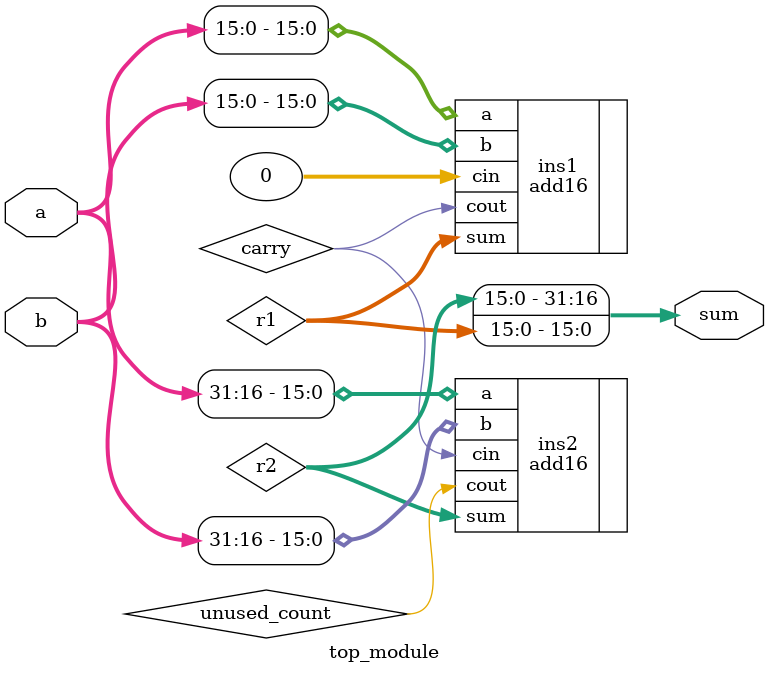
<source format=v>
module top_module(
    input [31:0] a,
    input [31:0] b,
    output [31:0] sum
);
	wire carry, unused_count;
    wire [15:0] r1, r2;
    add16 ins1 (.a(a[15:0]), .b(b[15:0]), .sum(r1), .cin(0), .cout(carry));
    add16 ins2 (.a(a[31:16]), .b(b[31:16]), .sum(r2), .cin(carry), .cout(unused_count));
    assign sum = {r2, r1};
endmodule
</source>
